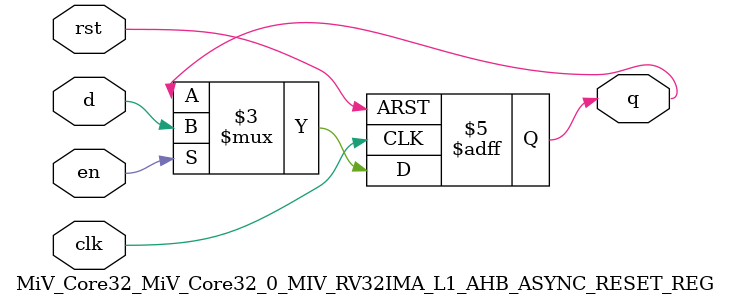
<source format=v>
`ifndef RANDOMIZE_REG_INIT 
	 `define RANDOMIZE_REG_INIT 
 `endif
`ifndef RANDOMIZE_MEM_INIT 
	 `define RANDOMIZE_MEM_INIT 
 `endif
`ifndef RANDOMIZE 
	 `define RANDOMIZE 
`endif

`timescale 1ns/10ps
module MiV_Core32_MiV_Core32_0_MIV_RV32IMA_L1_AHB_ASYNC_RESET_REG (
                      input      d,
                      output reg q = 1'b0,
                      input      en,

                      input      clk,
                      input      rst);
   
   always @(posedge clk or posedge rst ) begin

      if (rst) begin
         q <= 1'b0;
      end else if (en) begin
         q <= d;
      end
   end
   

endmodule // MIV_RV32IMA_L1_AHB_ASYNC_RESET_REG

</source>
